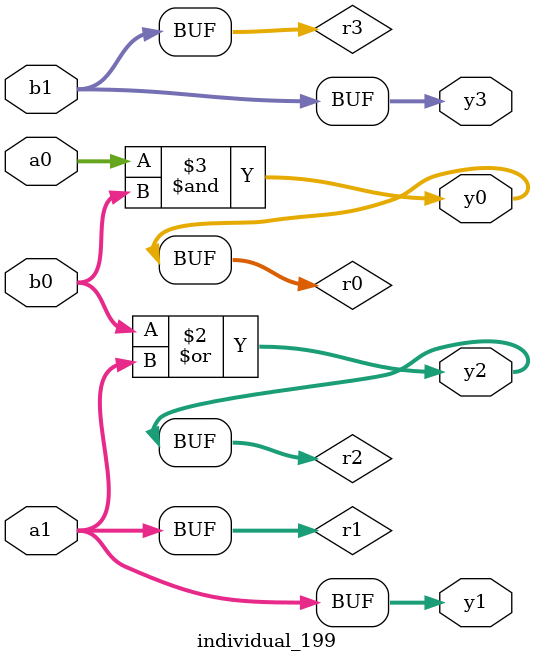
<source format=sv>
module individual_199(input logic [15:0] a1, input logic [15:0] a0, input logic [15:0] b1, input logic [15:0] b0, output logic [15:0] y3, output logic [15:0] y2, output logic [15:0] y1, output logic [15:0] y0);
logic [15:0] r0, r1, r2, r3; 
 always@(*) begin 
	 r0 = a0; r1 = a1; r2 = b0; r3 = b1; 
 	 r2  |=  a1 ;
 	 r0  &=  b0 ;
 	 y3 = r3; y2 = r2; y1 = r1; y0 = r0; 
end
endmodule
</source>
